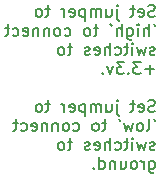
<source format=gbo>
G04 #@! TF.GenerationSoftware,KiCad,Pcbnew,6.0.2-1.fc35*
G04 #@! TF.CreationDate,2022-04-04T15:34:31-04:00*
G04 #@! TF.ProjectId,switch_mux_breakout_i2c,73776974-6368-45f6-9d75-785f62726561,0*
G04 #@! TF.SameCoordinates,Original*
G04 #@! TF.FileFunction,Legend,Bot*
G04 #@! TF.FilePolarity,Positive*
%FSLAX46Y46*%
G04 Gerber Fmt 4.6, Leading zero omitted, Abs format (unit mm)*
G04 Created by KiCad (PCBNEW 6.0.2-1.fc35) date 2022-04-04 15:34:31*
%MOMM*%
%LPD*%
G01*
G04 APERTURE LIST*
%ADD10C,0.150000*%
%ADD11R,1.600000X1.600000*%
%ADD12O,1.600000X1.600000*%
%ADD13R,1.700000X1.700000*%
%ADD14O,1.700000X1.700000*%
%ADD15C,5.600000*%
G04 APERTURE END LIST*
D10*
X138777023Y-93659761D02*
X138634166Y-93707380D01*
X138396071Y-93707380D01*
X138300833Y-93659761D01*
X138253214Y-93612142D01*
X138205595Y-93516904D01*
X138205595Y-93421666D01*
X138253214Y-93326428D01*
X138300833Y-93278809D01*
X138396071Y-93231190D01*
X138586547Y-93183571D01*
X138681785Y-93135952D01*
X138729404Y-93088333D01*
X138777023Y-92993095D01*
X138777023Y-92897857D01*
X138729404Y-92802619D01*
X138681785Y-92755000D01*
X138586547Y-92707380D01*
X138348452Y-92707380D01*
X138205595Y-92755000D01*
X137396071Y-93659761D02*
X137491309Y-93707380D01*
X137681785Y-93707380D01*
X137777023Y-93659761D01*
X137824642Y-93564523D01*
X137824642Y-93183571D01*
X137777023Y-93088333D01*
X137681785Y-93040714D01*
X137491309Y-93040714D01*
X137396071Y-93088333D01*
X137348452Y-93183571D01*
X137348452Y-93278809D01*
X137824642Y-93374047D01*
X137062738Y-93040714D02*
X136681785Y-93040714D01*
X136919880Y-92707380D02*
X136919880Y-93564523D01*
X136872261Y-93659761D01*
X136777023Y-93707380D01*
X136681785Y-93707380D01*
X135586547Y-93040714D02*
X135586547Y-93897857D01*
X135634166Y-93993095D01*
X135729404Y-94040714D01*
X135777023Y-94040714D01*
X135586547Y-92707380D02*
X135634166Y-92755000D01*
X135586547Y-92802619D01*
X135538928Y-92755000D01*
X135586547Y-92707380D01*
X135586547Y-92802619D01*
X134681785Y-93040714D02*
X134681785Y-93707380D01*
X135110357Y-93040714D02*
X135110357Y-93564523D01*
X135062738Y-93659761D01*
X134967500Y-93707380D01*
X134824642Y-93707380D01*
X134729404Y-93659761D01*
X134681785Y-93612142D01*
X134205595Y-93707380D02*
X134205595Y-93040714D01*
X134205595Y-93135952D02*
X134157976Y-93088333D01*
X134062738Y-93040714D01*
X133919880Y-93040714D01*
X133824642Y-93088333D01*
X133777023Y-93183571D01*
X133777023Y-93707380D01*
X133777023Y-93183571D02*
X133729404Y-93088333D01*
X133634166Y-93040714D01*
X133491309Y-93040714D01*
X133396071Y-93088333D01*
X133348452Y-93183571D01*
X133348452Y-93707380D01*
X132872261Y-93040714D02*
X132872261Y-94040714D01*
X132872261Y-93088333D02*
X132777023Y-93040714D01*
X132586547Y-93040714D01*
X132491309Y-93088333D01*
X132443690Y-93135952D01*
X132396071Y-93231190D01*
X132396071Y-93516904D01*
X132443690Y-93612142D01*
X132491309Y-93659761D01*
X132586547Y-93707380D01*
X132777023Y-93707380D01*
X132872261Y-93659761D01*
X131586547Y-93659761D02*
X131681785Y-93707380D01*
X131872261Y-93707380D01*
X131967500Y-93659761D01*
X132015119Y-93564523D01*
X132015119Y-93183571D01*
X131967500Y-93088333D01*
X131872261Y-93040714D01*
X131681785Y-93040714D01*
X131586547Y-93088333D01*
X131538928Y-93183571D01*
X131538928Y-93278809D01*
X132015119Y-93374047D01*
X131110357Y-93707380D02*
X131110357Y-93040714D01*
X131110357Y-93231190D02*
X131062738Y-93135952D01*
X131015119Y-93088333D01*
X130919880Y-93040714D01*
X130824642Y-93040714D01*
X129872261Y-93040714D02*
X129491309Y-93040714D01*
X129729404Y-92707380D02*
X129729404Y-93564523D01*
X129681785Y-93659761D01*
X129586547Y-93707380D01*
X129491309Y-93707380D01*
X129015119Y-93707380D02*
X129110357Y-93659761D01*
X129157976Y-93612142D01*
X129205595Y-93516904D01*
X129205595Y-93231190D01*
X129157976Y-93135952D01*
X129110357Y-93088333D01*
X129015119Y-93040714D01*
X128872261Y-93040714D01*
X128777023Y-93088333D01*
X128729404Y-93135952D01*
X128681785Y-93231190D01*
X128681785Y-93516904D01*
X128729404Y-93612142D01*
X128777023Y-93659761D01*
X128872261Y-93707380D01*
X129015119Y-93707380D01*
X138681785Y-94317380D02*
X138777023Y-94507857D01*
X138253214Y-95317380D02*
X138253214Y-94317380D01*
X137824642Y-95317380D02*
X137824642Y-94793571D01*
X137872261Y-94698333D01*
X137967500Y-94650714D01*
X138110357Y-94650714D01*
X138205595Y-94698333D01*
X138253214Y-94745952D01*
X137348452Y-95317380D02*
X137348452Y-94650714D01*
X137348452Y-94317380D02*
X137396071Y-94365000D01*
X137348452Y-94412619D01*
X137300833Y-94365000D01*
X137348452Y-94317380D01*
X137348452Y-94412619D01*
X136443690Y-94650714D02*
X136443690Y-95460238D01*
X136491309Y-95555476D01*
X136538928Y-95603095D01*
X136634166Y-95650714D01*
X136777023Y-95650714D01*
X136872261Y-95603095D01*
X136443690Y-95269761D02*
X136538928Y-95317380D01*
X136729404Y-95317380D01*
X136824642Y-95269761D01*
X136872261Y-95222142D01*
X136919880Y-95126904D01*
X136919880Y-94841190D01*
X136872261Y-94745952D01*
X136824642Y-94698333D01*
X136729404Y-94650714D01*
X136538928Y-94650714D01*
X136443690Y-94698333D01*
X135967500Y-95317380D02*
X135967500Y-94317380D01*
X135538928Y-95317380D02*
X135538928Y-94793571D01*
X135586547Y-94698333D01*
X135681785Y-94650714D01*
X135824642Y-94650714D01*
X135919880Y-94698333D01*
X135967500Y-94745952D01*
X135015119Y-94317380D02*
X135110357Y-94507857D01*
X133967500Y-94650714D02*
X133586547Y-94650714D01*
X133824642Y-94317380D02*
X133824642Y-95174523D01*
X133777023Y-95269761D01*
X133681785Y-95317380D01*
X133586547Y-95317380D01*
X133110357Y-95317380D02*
X133205595Y-95269761D01*
X133253214Y-95222142D01*
X133300833Y-95126904D01*
X133300833Y-94841190D01*
X133253214Y-94745952D01*
X133205595Y-94698333D01*
X133110357Y-94650714D01*
X132967500Y-94650714D01*
X132872261Y-94698333D01*
X132824642Y-94745952D01*
X132777023Y-94841190D01*
X132777023Y-95126904D01*
X132824642Y-95222142D01*
X132872261Y-95269761D01*
X132967500Y-95317380D01*
X133110357Y-95317380D01*
X131157976Y-95269761D02*
X131253214Y-95317380D01*
X131443690Y-95317380D01*
X131538928Y-95269761D01*
X131586547Y-95222142D01*
X131634166Y-95126904D01*
X131634166Y-94841190D01*
X131586547Y-94745952D01*
X131538928Y-94698333D01*
X131443690Y-94650714D01*
X131253214Y-94650714D01*
X131157976Y-94698333D01*
X130586547Y-95317380D02*
X130681785Y-95269761D01*
X130729404Y-95222142D01*
X130777023Y-95126904D01*
X130777023Y-94841190D01*
X130729404Y-94745952D01*
X130681785Y-94698333D01*
X130586547Y-94650714D01*
X130443690Y-94650714D01*
X130348452Y-94698333D01*
X130300833Y-94745952D01*
X130253214Y-94841190D01*
X130253214Y-95126904D01*
X130300833Y-95222142D01*
X130348452Y-95269761D01*
X130443690Y-95317380D01*
X130586547Y-95317380D01*
X129824642Y-94650714D02*
X129824642Y-95317380D01*
X129824642Y-94745952D02*
X129777023Y-94698333D01*
X129681785Y-94650714D01*
X129538928Y-94650714D01*
X129443690Y-94698333D01*
X129396071Y-94793571D01*
X129396071Y-95317380D01*
X128919880Y-94650714D02*
X128919880Y-95317380D01*
X128919880Y-94745952D02*
X128872261Y-94698333D01*
X128777023Y-94650714D01*
X128634166Y-94650714D01*
X128538928Y-94698333D01*
X128491309Y-94793571D01*
X128491309Y-95317380D01*
X127634166Y-95269761D02*
X127729404Y-95317380D01*
X127919880Y-95317380D01*
X128015119Y-95269761D01*
X128062738Y-95174523D01*
X128062738Y-94793571D01*
X128015119Y-94698333D01*
X127919880Y-94650714D01*
X127729404Y-94650714D01*
X127634166Y-94698333D01*
X127586547Y-94793571D01*
X127586547Y-94888809D01*
X128062738Y-94984047D01*
X126729404Y-95269761D02*
X126824642Y-95317380D01*
X127015119Y-95317380D01*
X127110357Y-95269761D01*
X127157976Y-95222142D01*
X127205595Y-95126904D01*
X127205595Y-94841190D01*
X127157976Y-94745952D01*
X127110357Y-94698333D01*
X127015119Y-94650714D01*
X126824642Y-94650714D01*
X126729404Y-94698333D01*
X126443690Y-94650714D02*
X126062738Y-94650714D01*
X126300833Y-94317380D02*
X126300833Y-95174523D01*
X126253214Y-95269761D01*
X126157976Y-95317380D01*
X126062738Y-95317380D01*
X138777023Y-96879761D02*
X138681785Y-96927380D01*
X138491309Y-96927380D01*
X138396071Y-96879761D01*
X138348452Y-96784523D01*
X138348452Y-96736904D01*
X138396071Y-96641666D01*
X138491309Y-96594047D01*
X138634166Y-96594047D01*
X138729404Y-96546428D01*
X138777023Y-96451190D01*
X138777023Y-96403571D01*
X138729404Y-96308333D01*
X138634166Y-96260714D01*
X138491309Y-96260714D01*
X138396071Y-96308333D01*
X138015119Y-96260714D02*
X137824642Y-96927380D01*
X137634166Y-96451190D01*
X137443690Y-96927380D01*
X137253214Y-96260714D01*
X136872261Y-96927380D02*
X136872261Y-96260714D01*
X136872261Y-95927380D02*
X136919880Y-95975000D01*
X136872261Y-96022619D01*
X136824642Y-95975000D01*
X136872261Y-95927380D01*
X136872261Y-96022619D01*
X136538928Y-96260714D02*
X136157976Y-96260714D01*
X136396071Y-95927380D02*
X136396071Y-96784523D01*
X136348452Y-96879761D01*
X136253214Y-96927380D01*
X136157976Y-96927380D01*
X135396071Y-96879761D02*
X135491309Y-96927380D01*
X135681785Y-96927380D01*
X135777023Y-96879761D01*
X135824642Y-96832142D01*
X135872261Y-96736904D01*
X135872261Y-96451190D01*
X135824642Y-96355952D01*
X135777023Y-96308333D01*
X135681785Y-96260714D01*
X135491309Y-96260714D01*
X135396071Y-96308333D01*
X134967500Y-96927380D02*
X134967500Y-95927380D01*
X134538928Y-96927380D02*
X134538928Y-96403571D01*
X134586547Y-96308333D01*
X134681785Y-96260714D01*
X134824642Y-96260714D01*
X134919880Y-96308333D01*
X134967500Y-96355952D01*
X133681785Y-96879761D02*
X133777023Y-96927380D01*
X133967500Y-96927380D01*
X134062738Y-96879761D01*
X134110357Y-96784523D01*
X134110357Y-96403571D01*
X134062738Y-96308333D01*
X133967500Y-96260714D01*
X133777023Y-96260714D01*
X133681785Y-96308333D01*
X133634166Y-96403571D01*
X133634166Y-96498809D01*
X134110357Y-96594047D01*
X133253214Y-96879761D02*
X133157976Y-96927380D01*
X132967500Y-96927380D01*
X132872261Y-96879761D01*
X132824642Y-96784523D01*
X132824642Y-96736904D01*
X132872261Y-96641666D01*
X132967500Y-96594047D01*
X133110357Y-96594047D01*
X133205595Y-96546428D01*
X133253214Y-96451190D01*
X133253214Y-96403571D01*
X133205595Y-96308333D01*
X133110357Y-96260714D01*
X132967500Y-96260714D01*
X132872261Y-96308333D01*
X131777023Y-96260714D02*
X131396071Y-96260714D01*
X131634166Y-95927380D02*
X131634166Y-96784523D01*
X131586547Y-96879761D01*
X131491309Y-96927380D01*
X131396071Y-96927380D01*
X130919880Y-96927380D02*
X131015119Y-96879761D01*
X131062738Y-96832142D01*
X131110357Y-96736904D01*
X131110357Y-96451190D01*
X131062738Y-96355952D01*
X131015119Y-96308333D01*
X130919880Y-96260714D01*
X130777023Y-96260714D01*
X130681785Y-96308333D01*
X130634166Y-96355952D01*
X130586547Y-96451190D01*
X130586547Y-96736904D01*
X130634166Y-96832142D01*
X130681785Y-96879761D01*
X130777023Y-96927380D01*
X130919880Y-96927380D01*
X138729404Y-98156428D02*
X137967500Y-98156428D01*
X138348452Y-98537380D02*
X138348452Y-97775476D01*
X137586547Y-97537380D02*
X136967500Y-97537380D01*
X137300833Y-97918333D01*
X137157976Y-97918333D01*
X137062738Y-97965952D01*
X137015119Y-98013571D01*
X136967500Y-98108809D01*
X136967500Y-98346904D01*
X137015119Y-98442142D01*
X137062738Y-98489761D01*
X137157976Y-98537380D01*
X137443690Y-98537380D01*
X137538928Y-98489761D01*
X137586547Y-98442142D01*
X136538928Y-98442142D02*
X136491309Y-98489761D01*
X136538928Y-98537380D01*
X136586547Y-98489761D01*
X136538928Y-98442142D01*
X136538928Y-98537380D01*
X136157976Y-97537380D02*
X135538928Y-97537380D01*
X135872261Y-97918333D01*
X135729404Y-97918333D01*
X135634166Y-97965952D01*
X135586547Y-98013571D01*
X135538928Y-98108809D01*
X135538928Y-98346904D01*
X135586547Y-98442142D01*
X135634166Y-98489761D01*
X135729404Y-98537380D01*
X136015119Y-98537380D01*
X136110357Y-98489761D01*
X136157976Y-98442142D01*
X135205595Y-97870714D02*
X134967500Y-98537380D01*
X134729404Y-97870714D01*
X134348452Y-98442142D02*
X134300833Y-98489761D01*
X134348452Y-98537380D01*
X134396071Y-98489761D01*
X134348452Y-98442142D01*
X134348452Y-98537380D01*
X138777023Y-101709761D02*
X138634166Y-101757380D01*
X138396071Y-101757380D01*
X138300833Y-101709761D01*
X138253214Y-101662142D01*
X138205595Y-101566904D01*
X138205595Y-101471666D01*
X138253214Y-101376428D01*
X138300833Y-101328809D01*
X138396071Y-101281190D01*
X138586547Y-101233571D01*
X138681785Y-101185952D01*
X138729404Y-101138333D01*
X138777023Y-101043095D01*
X138777023Y-100947857D01*
X138729404Y-100852619D01*
X138681785Y-100805000D01*
X138586547Y-100757380D01*
X138348452Y-100757380D01*
X138205595Y-100805000D01*
X137396071Y-101709761D02*
X137491309Y-101757380D01*
X137681785Y-101757380D01*
X137777023Y-101709761D01*
X137824642Y-101614523D01*
X137824642Y-101233571D01*
X137777023Y-101138333D01*
X137681785Y-101090714D01*
X137491309Y-101090714D01*
X137396071Y-101138333D01*
X137348452Y-101233571D01*
X137348452Y-101328809D01*
X137824642Y-101424047D01*
X137062738Y-101090714D02*
X136681785Y-101090714D01*
X136919880Y-100757380D02*
X136919880Y-101614523D01*
X136872261Y-101709761D01*
X136777023Y-101757380D01*
X136681785Y-101757380D01*
X135586547Y-101090714D02*
X135586547Y-101947857D01*
X135634166Y-102043095D01*
X135729404Y-102090714D01*
X135777023Y-102090714D01*
X135586547Y-100757380D02*
X135634166Y-100805000D01*
X135586547Y-100852619D01*
X135538928Y-100805000D01*
X135586547Y-100757380D01*
X135586547Y-100852619D01*
X134681785Y-101090714D02*
X134681785Y-101757380D01*
X135110357Y-101090714D02*
X135110357Y-101614523D01*
X135062738Y-101709761D01*
X134967500Y-101757380D01*
X134824642Y-101757380D01*
X134729404Y-101709761D01*
X134681785Y-101662142D01*
X134205595Y-101757380D02*
X134205595Y-101090714D01*
X134205595Y-101185952D02*
X134157976Y-101138333D01*
X134062738Y-101090714D01*
X133919880Y-101090714D01*
X133824642Y-101138333D01*
X133777023Y-101233571D01*
X133777023Y-101757380D01*
X133777023Y-101233571D02*
X133729404Y-101138333D01*
X133634166Y-101090714D01*
X133491309Y-101090714D01*
X133396071Y-101138333D01*
X133348452Y-101233571D01*
X133348452Y-101757380D01*
X132872261Y-101090714D02*
X132872261Y-102090714D01*
X132872261Y-101138333D02*
X132777023Y-101090714D01*
X132586547Y-101090714D01*
X132491309Y-101138333D01*
X132443690Y-101185952D01*
X132396071Y-101281190D01*
X132396071Y-101566904D01*
X132443690Y-101662142D01*
X132491309Y-101709761D01*
X132586547Y-101757380D01*
X132777023Y-101757380D01*
X132872261Y-101709761D01*
X131586547Y-101709761D02*
X131681785Y-101757380D01*
X131872261Y-101757380D01*
X131967500Y-101709761D01*
X132015119Y-101614523D01*
X132015119Y-101233571D01*
X131967500Y-101138333D01*
X131872261Y-101090714D01*
X131681785Y-101090714D01*
X131586547Y-101138333D01*
X131538928Y-101233571D01*
X131538928Y-101328809D01*
X132015119Y-101424047D01*
X131110357Y-101757380D02*
X131110357Y-101090714D01*
X131110357Y-101281190D02*
X131062738Y-101185952D01*
X131015119Y-101138333D01*
X130919880Y-101090714D01*
X130824642Y-101090714D01*
X129872261Y-101090714D02*
X129491309Y-101090714D01*
X129729404Y-100757380D02*
X129729404Y-101614523D01*
X129681785Y-101709761D01*
X129586547Y-101757380D01*
X129491309Y-101757380D01*
X129015119Y-101757380D02*
X129110357Y-101709761D01*
X129157976Y-101662142D01*
X129205595Y-101566904D01*
X129205595Y-101281190D01*
X129157976Y-101185952D01*
X129110357Y-101138333D01*
X129015119Y-101090714D01*
X128872261Y-101090714D01*
X128777023Y-101138333D01*
X128729404Y-101185952D01*
X128681785Y-101281190D01*
X128681785Y-101566904D01*
X128729404Y-101662142D01*
X128777023Y-101709761D01*
X128872261Y-101757380D01*
X129015119Y-101757380D01*
X138681785Y-102367380D02*
X138777023Y-102557857D01*
X138110357Y-103367380D02*
X138205595Y-103319761D01*
X138253214Y-103224523D01*
X138253214Y-102367380D01*
X137586547Y-103367380D02*
X137681785Y-103319761D01*
X137729404Y-103272142D01*
X137777023Y-103176904D01*
X137777023Y-102891190D01*
X137729404Y-102795952D01*
X137681785Y-102748333D01*
X137586547Y-102700714D01*
X137443690Y-102700714D01*
X137348452Y-102748333D01*
X137300833Y-102795952D01*
X137253214Y-102891190D01*
X137253214Y-103176904D01*
X137300833Y-103272142D01*
X137348452Y-103319761D01*
X137443690Y-103367380D01*
X137586547Y-103367380D01*
X136919880Y-102700714D02*
X136729404Y-103367380D01*
X136538928Y-102891190D01*
X136348452Y-103367380D01*
X136157976Y-102700714D01*
X135729404Y-102367380D02*
X135824642Y-102557857D01*
X134681785Y-102700714D02*
X134300833Y-102700714D01*
X134538928Y-102367380D02*
X134538928Y-103224523D01*
X134491309Y-103319761D01*
X134396071Y-103367380D01*
X134300833Y-103367380D01*
X133824642Y-103367380D02*
X133919880Y-103319761D01*
X133967500Y-103272142D01*
X134015119Y-103176904D01*
X134015119Y-102891190D01*
X133967500Y-102795952D01*
X133919880Y-102748333D01*
X133824642Y-102700714D01*
X133681785Y-102700714D01*
X133586547Y-102748333D01*
X133538928Y-102795952D01*
X133491309Y-102891190D01*
X133491309Y-103176904D01*
X133538928Y-103272142D01*
X133586547Y-103319761D01*
X133681785Y-103367380D01*
X133824642Y-103367380D01*
X131872261Y-103319761D02*
X131967500Y-103367380D01*
X132157976Y-103367380D01*
X132253214Y-103319761D01*
X132300833Y-103272142D01*
X132348452Y-103176904D01*
X132348452Y-102891190D01*
X132300833Y-102795952D01*
X132253214Y-102748333D01*
X132157976Y-102700714D01*
X131967500Y-102700714D01*
X131872261Y-102748333D01*
X131300833Y-103367380D02*
X131396071Y-103319761D01*
X131443690Y-103272142D01*
X131491309Y-103176904D01*
X131491309Y-102891190D01*
X131443690Y-102795952D01*
X131396071Y-102748333D01*
X131300833Y-102700714D01*
X131157976Y-102700714D01*
X131062738Y-102748333D01*
X131015119Y-102795952D01*
X130967500Y-102891190D01*
X130967500Y-103176904D01*
X131015119Y-103272142D01*
X131062738Y-103319761D01*
X131157976Y-103367380D01*
X131300833Y-103367380D01*
X130538928Y-102700714D02*
X130538928Y-103367380D01*
X130538928Y-102795952D02*
X130491309Y-102748333D01*
X130396071Y-102700714D01*
X130253214Y-102700714D01*
X130157976Y-102748333D01*
X130110357Y-102843571D01*
X130110357Y-103367380D01*
X129634166Y-102700714D02*
X129634166Y-103367380D01*
X129634166Y-102795952D02*
X129586547Y-102748333D01*
X129491309Y-102700714D01*
X129348452Y-102700714D01*
X129253214Y-102748333D01*
X129205595Y-102843571D01*
X129205595Y-103367380D01*
X128348452Y-103319761D02*
X128443690Y-103367380D01*
X128634166Y-103367380D01*
X128729404Y-103319761D01*
X128777023Y-103224523D01*
X128777023Y-102843571D01*
X128729404Y-102748333D01*
X128634166Y-102700714D01*
X128443690Y-102700714D01*
X128348452Y-102748333D01*
X128300833Y-102843571D01*
X128300833Y-102938809D01*
X128777023Y-103034047D01*
X127443690Y-103319761D02*
X127538928Y-103367380D01*
X127729404Y-103367380D01*
X127824642Y-103319761D01*
X127872261Y-103272142D01*
X127919880Y-103176904D01*
X127919880Y-102891190D01*
X127872261Y-102795952D01*
X127824642Y-102748333D01*
X127729404Y-102700714D01*
X127538928Y-102700714D01*
X127443690Y-102748333D01*
X127157976Y-102700714D02*
X126777023Y-102700714D01*
X127015119Y-102367380D02*
X127015119Y-103224523D01*
X126967500Y-103319761D01*
X126872261Y-103367380D01*
X126777023Y-103367380D01*
X138777023Y-104929761D02*
X138681785Y-104977380D01*
X138491309Y-104977380D01*
X138396071Y-104929761D01*
X138348452Y-104834523D01*
X138348452Y-104786904D01*
X138396071Y-104691666D01*
X138491309Y-104644047D01*
X138634166Y-104644047D01*
X138729404Y-104596428D01*
X138777023Y-104501190D01*
X138777023Y-104453571D01*
X138729404Y-104358333D01*
X138634166Y-104310714D01*
X138491309Y-104310714D01*
X138396071Y-104358333D01*
X138015119Y-104310714D02*
X137824642Y-104977380D01*
X137634166Y-104501190D01*
X137443690Y-104977380D01*
X137253214Y-104310714D01*
X136872261Y-104977380D02*
X136872261Y-104310714D01*
X136872261Y-103977380D02*
X136919880Y-104025000D01*
X136872261Y-104072619D01*
X136824642Y-104025000D01*
X136872261Y-103977380D01*
X136872261Y-104072619D01*
X136538928Y-104310714D02*
X136157976Y-104310714D01*
X136396071Y-103977380D02*
X136396071Y-104834523D01*
X136348452Y-104929761D01*
X136253214Y-104977380D01*
X136157976Y-104977380D01*
X135396071Y-104929761D02*
X135491309Y-104977380D01*
X135681785Y-104977380D01*
X135777023Y-104929761D01*
X135824642Y-104882142D01*
X135872261Y-104786904D01*
X135872261Y-104501190D01*
X135824642Y-104405952D01*
X135777023Y-104358333D01*
X135681785Y-104310714D01*
X135491309Y-104310714D01*
X135396071Y-104358333D01*
X134967500Y-104977380D02*
X134967500Y-103977380D01*
X134538928Y-104977380D02*
X134538928Y-104453571D01*
X134586547Y-104358333D01*
X134681785Y-104310714D01*
X134824642Y-104310714D01*
X134919880Y-104358333D01*
X134967500Y-104405952D01*
X133681785Y-104929761D02*
X133777023Y-104977380D01*
X133967500Y-104977380D01*
X134062738Y-104929761D01*
X134110357Y-104834523D01*
X134110357Y-104453571D01*
X134062738Y-104358333D01*
X133967500Y-104310714D01*
X133777023Y-104310714D01*
X133681785Y-104358333D01*
X133634166Y-104453571D01*
X133634166Y-104548809D01*
X134110357Y-104644047D01*
X133253214Y-104929761D02*
X133157976Y-104977380D01*
X132967500Y-104977380D01*
X132872261Y-104929761D01*
X132824642Y-104834523D01*
X132824642Y-104786904D01*
X132872261Y-104691666D01*
X132967500Y-104644047D01*
X133110357Y-104644047D01*
X133205595Y-104596428D01*
X133253214Y-104501190D01*
X133253214Y-104453571D01*
X133205595Y-104358333D01*
X133110357Y-104310714D01*
X132967500Y-104310714D01*
X132872261Y-104358333D01*
X131777023Y-104310714D02*
X131396071Y-104310714D01*
X131634166Y-103977380D02*
X131634166Y-104834523D01*
X131586547Y-104929761D01*
X131491309Y-104977380D01*
X131396071Y-104977380D01*
X130919880Y-104977380D02*
X131015119Y-104929761D01*
X131062738Y-104882142D01*
X131110357Y-104786904D01*
X131110357Y-104501190D01*
X131062738Y-104405952D01*
X131015119Y-104358333D01*
X130919880Y-104310714D01*
X130777023Y-104310714D01*
X130681785Y-104358333D01*
X130634166Y-104405952D01*
X130586547Y-104501190D01*
X130586547Y-104786904D01*
X130634166Y-104882142D01*
X130681785Y-104929761D01*
X130777023Y-104977380D01*
X130919880Y-104977380D01*
X138300833Y-105920714D02*
X138300833Y-106730238D01*
X138348452Y-106825476D01*
X138396071Y-106873095D01*
X138491309Y-106920714D01*
X138634166Y-106920714D01*
X138729404Y-106873095D01*
X138300833Y-106539761D02*
X138396071Y-106587380D01*
X138586547Y-106587380D01*
X138681785Y-106539761D01*
X138729404Y-106492142D01*
X138777023Y-106396904D01*
X138777023Y-106111190D01*
X138729404Y-106015952D01*
X138681785Y-105968333D01*
X138586547Y-105920714D01*
X138396071Y-105920714D01*
X138300833Y-105968333D01*
X137824642Y-106587380D02*
X137824642Y-105920714D01*
X137824642Y-106111190D02*
X137777023Y-106015952D01*
X137729404Y-105968333D01*
X137634166Y-105920714D01*
X137538928Y-105920714D01*
X137062738Y-106587380D02*
X137157976Y-106539761D01*
X137205595Y-106492142D01*
X137253214Y-106396904D01*
X137253214Y-106111190D01*
X137205595Y-106015952D01*
X137157976Y-105968333D01*
X137062738Y-105920714D01*
X136919880Y-105920714D01*
X136824642Y-105968333D01*
X136777023Y-106015952D01*
X136729404Y-106111190D01*
X136729404Y-106396904D01*
X136777023Y-106492142D01*
X136824642Y-106539761D01*
X136919880Y-106587380D01*
X137062738Y-106587380D01*
X135872261Y-105920714D02*
X135872261Y-106587380D01*
X136300833Y-105920714D02*
X136300833Y-106444523D01*
X136253214Y-106539761D01*
X136157976Y-106587380D01*
X136015119Y-106587380D01*
X135919880Y-106539761D01*
X135872261Y-106492142D01*
X135396071Y-105920714D02*
X135396071Y-106587380D01*
X135396071Y-106015952D02*
X135348452Y-105968333D01*
X135253214Y-105920714D01*
X135110357Y-105920714D01*
X135015119Y-105968333D01*
X134967500Y-106063571D01*
X134967500Y-106587380D01*
X134062738Y-106587380D02*
X134062738Y-105587380D01*
X134062738Y-106539761D02*
X134157976Y-106587380D01*
X134348452Y-106587380D01*
X134443690Y-106539761D01*
X134491309Y-106492142D01*
X134538928Y-106396904D01*
X134538928Y-106111190D01*
X134491309Y-106015952D01*
X134443690Y-105968333D01*
X134348452Y-105920714D01*
X134157976Y-105920714D01*
X134062738Y-105968333D01*
X133586547Y-106492142D02*
X133538928Y-106539761D01*
X133586547Y-106587380D01*
X133634166Y-106539761D01*
X133586547Y-106492142D01*
X133586547Y-106587380D01*
%LPC*%
D11*
X140817500Y-68224400D03*
D12*
X140817500Y-70764400D03*
X140817500Y-73304400D03*
X140817500Y-75844400D03*
X140817500Y-78384400D03*
X140817500Y-80924400D03*
X140817500Y-83464400D03*
X140817500Y-86004400D03*
X148437500Y-86004400D03*
X148437500Y-83464400D03*
X148437500Y-80924400D03*
X148437500Y-78384400D03*
X148437500Y-75844400D03*
X148437500Y-73304400D03*
X148437500Y-70764400D03*
X148437500Y-68224400D03*
D11*
X152400000Y-91490800D03*
D12*
X152400000Y-94030800D03*
X152400000Y-96570800D03*
X152400000Y-99110800D03*
X152400000Y-101650800D03*
X152400000Y-104190800D03*
X152400000Y-106730800D03*
X152400000Y-109270800D03*
X160020000Y-109270800D03*
X160020000Y-106730800D03*
X160020000Y-104190800D03*
X160020000Y-101650800D03*
X160020000Y-99110800D03*
X160020000Y-96570800D03*
X160020000Y-94030800D03*
X160020000Y-91490800D03*
D11*
X140817600Y-91490800D03*
D12*
X140817600Y-94030800D03*
X140817600Y-96570800D03*
X140817600Y-99110800D03*
X140817600Y-101650800D03*
X140817600Y-104190800D03*
X140817600Y-106730800D03*
X140817600Y-109270800D03*
X148437600Y-109270800D03*
X148437600Y-106730800D03*
X148437600Y-104190800D03*
X148437600Y-101650800D03*
X148437600Y-99110800D03*
X148437600Y-96570800D03*
X148437600Y-94030800D03*
X148437600Y-91490800D03*
D13*
X114300000Y-68580000D03*
D14*
X114300000Y-71120000D03*
X114300000Y-73660000D03*
X114300000Y-76200000D03*
X114300000Y-78740000D03*
X114300000Y-81280000D03*
D15*
X158750000Y-62230000D03*
X158750000Y-115570000D03*
D11*
X152400000Y-68224400D03*
D12*
X152400000Y-70764400D03*
X152400000Y-73304400D03*
X152400000Y-75844400D03*
X152400000Y-78384400D03*
X152400000Y-80924400D03*
X152400000Y-83464400D03*
X152400000Y-86004400D03*
X160020000Y-86004400D03*
X160020000Y-83464400D03*
X160020000Y-80924400D03*
X160020000Y-78384400D03*
X160020000Y-75844400D03*
X160020000Y-73304400D03*
X160020000Y-70764400D03*
X160020000Y-68224400D03*
D13*
X128270000Y-111775000D03*
D14*
X128270000Y-114315000D03*
X128270000Y-116855000D03*
D15*
X114300000Y-115570000D03*
X114299999Y-62229999D03*
M02*

</source>
